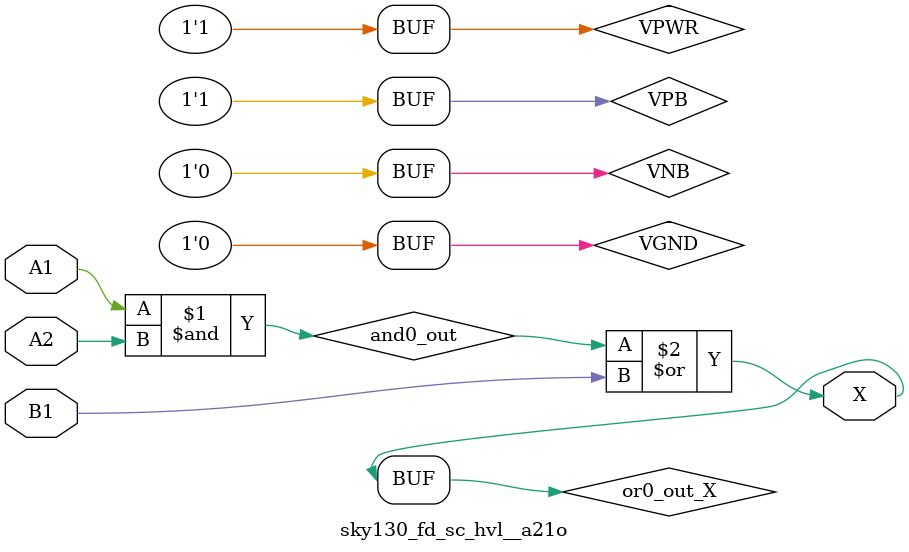
<source format=v>
/*
 * Copyright 2020 The SkyWater PDK Authors
 *
 * Licensed under the Apache License, Version 2.0 (the "License");
 * you may not use this file except in compliance with the License.
 * You may obtain a copy of the License at
 *
 *     https://www.apache.org/licenses/LICENSE-2.0
 *
 * Unless required by applicable law or agreed to in writing, software
 * distributed under the License is distributed on an "AS IS" BASIS,
 * WITHOUT WARRANTIES OR CONDITIONS OF ANY KIND, either express or implied.
 * See the License for the specific language governing permissions and
 * limitations under the License.
 *
 * SPDX-License-Identifier: Apache-2.0
*/


`ifndef SKY130_FD_SC_HVL__A21O_TIMING_V
`define SKY130_FD_SC_HVL__A21O_TIMING_V

/**
 * a21o: 2-input AND into first input of 2-input OR.
 *
 *       X = ((A1 & A2) | B1)
 *
 * Verilog simulation timing model.
 */

`timescale 1ns / 1ps
`default_nettype none

`celldefine
module sky130_fd_sc_hvl__a21o (
    X ,
    A1,
    A2,
    B1
);

    // Module ports
    output X ;
    input  A1;
    input  A2;
    input  B1;

    // Module supplies
    supply1 VPWR;
    supply0 VGND;
    supply1 VPB ;
    supply0 VNB ;

    // Local signals
    wire and0_out ;
    wire or0_out_X;

    //  Name  Output     Other arguments
    and and0 (and0_out , A1, A2         );
    or  or0  (or0_out_X, and0_out, B1   );
    buf buf0 (X        , or0_out_X      );

endmodule
`endcelldefine

`default_nettype wire
`endif  // SKY130_FD_SC_HVL__A21O_TIMING_V

</source>
